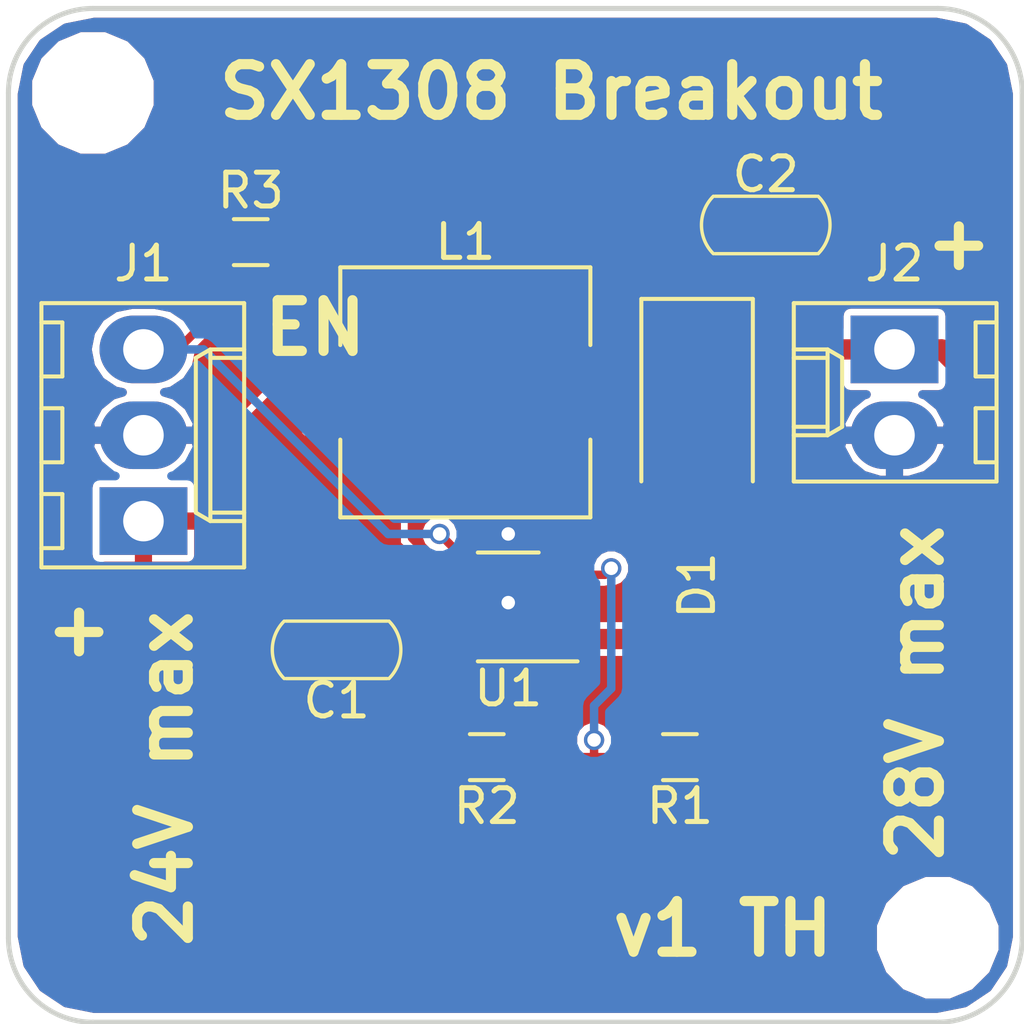
<source format=kicad_pcb>
(kicad_pcb (version 4) (host pcbnew 4.0.6)

  (general
    (links 19)
    (no_connects 0)
    (area 0 0 0 0)
    (thickness 1.6)
    (drawings 7)
    (tracks 41)
    (zones 0)
    (modules 11)
    (nets 7)
  )

  (page A4)
  (layers
    (0 F.Cu signal)
    (31 B.Cu signal)
    (32 B.Adhes user)
    (33 F.Adhes user)
    (34 B.Paste user)
    (35 F.Paste user)
    (36 B.SilkS user)
    (37 F.SilkS user)
    (38 B.Mask user)
    (39 F.Mask user)
    (40 Dwgs.User user)
    (41 Cmts.User user)
    (42 Eco1.User user)
    (43 Eco2.User user)
    (44 Edge.Cuts user)
    (45 Margin user)
    (46 B.CrtYd user)
    (47 F.CrtYd user)
    (48 B.Fab user)
    (49 F.Fab user)
  )

  (setup
    (last_trace_width 0.25)
    (trace_clearance 0.2)
    (zone_clearance 0.2)
    (zone_45_only yes)
    (trace_min 0.2)
    (segment_width 0.2)
    (edge_width 0.15)
    (via_size 0.6)
    (via_drill 0.4)
    (via_min_size 0.4)
    (via_min_drill 0.3)
    (uvia_size 0.3)
    (uvia_drill 0.1)
    (uvias_allowed no)
    (uvia_min_size 0.2)
    (uvia_min_drill 0.1)
    (pcb_text_width 0.3)
    (pcb_text_size 1.5 1.5)
    (mod_edge_width 0.15)
    (mod_text_size 1 1)
    (mod_text_width 0.15)
    (pad_size 1.524 1.524)
    (pad_drill 0.762)
    (pad_to_mask_clearance 0.2)
    (aux_axis_origin 0 0)
    (visible_elements FFFFFF7F)
    (pcbplotparams
      (layerselection 0x00030_80000001)
      (usegerberextensions false)
      (excludeedgelayer true)
      (linewidth 0.100000)
      (plotframeref false)
      (viasonmask false)
      (mode 1)
      (useauxorigin false)
      (hpglpennumber 1)
      (hpglpenspeed 20)
      (hpglpendiameter 15)
      (hpglpenoverlay 2)
      (psnegative false)
      (psa4output false)
      (plotreference true)
      (plotvalue true)
      (plotinvisibletext false)
      (padsonsilk false)
      (subtractmaskfromsilk false)
      (outputformat 1)
      (mirror false)
      (drillshape 1)
      (scaleselection 1)
      (outputdirectory ""))
  )

  (net 0 "")
  (net 1 GND)
  (net 2 "Net-(J1-Pad3)")
  (net 3 "Net-(R1-Pad2)")
  (net 4 /Vin)
  (net 5 /Vout)
  (net 6 /Vsw)

  (net_class Default "This is the default net class."
    (clearance 0.2)
    (trace_width 0.25)
    (via_dia 0.6)
    (via_drill 0.4)
    (uvia_dia 0.3)
    (uvia_drill 0.1)
    (add_net GND)
    (add_net "Net-(J1-Pad3)")
    (add_net "Net-(R1-Pad2)")
  )

  (net_class HC ""
    (clearance 0.2)
    (trace_width 0.6)
    (via_dia 1.3)
    (via_drill 1)
    (uvia_dia 0.3)
    (uvia_drill 0.1)
    (add_net /Vin)
    (add_net /Vout)
    (add_net /Vsw)
  )

  (module Outlines:Outline_30 (layer F.Cu) (tedit 596718B2) (tstamp 59673A7C)
    (at 122.37 84.525)
    (path /5967ACD5)
    (fp_text reference P1 (at 9 -1) (layer F.SilkS) hide
      (effects (font (size 1 1) (thickness 0.15)))
    )
    (fp_text value SYMBOL (at 15 -1) (layer F.Fab) hide
      (effects (font (size 1 1) (thickness 0.15)))
    )
    (fp_line (start 30 27.5) (end 30 2.5) (layer Edge.Cuts) (width 0.15))
    (fp_line (start 2.5 30) (end 27.5 30) (layer Edge.Cuts) (width 0.15))
    (fp_line (start 0 2.5) (end 0 27.5) (layer Edge.Cuts) (width 0.15))
    (fp_line (start 27.5 0) (end 2.5 0) (layer Edge.Cuts) (width 0.15))
    (fp_arc (start 2.5 27.5) (end 2.5 30) (angle 90) (layer Edge.Cuts) (width 0.15))
    (fp_arc (start 27.5 27.5) (end 30 27.5) (angle 90) (layer Edge.Cuts) (width 0.15))
    (fp_arc (start 27.5 2.5) (end 27.5 0) (angle 90) (layer Edge.Cuts) (width 0.15))
    (fp_arc (start 2.5 2.5) (end 0 2.5) (angle 90) (layer Edge.Cuts) (width 0.15))
    (pad "" np_thru_hole circle (at 2.5 2.5) (size 3.2 3.2) (drill 3.2) (layers *.Cu *.Mask))
    (pad "" np_thru_hole circle (at 27.5 27.5) (size 3.2 3.2) (drill 3.2) (layers *.Cu *.Mask))
  )

  (module Inductors2:L_7.3x7.3_Handsoldering (layer F.Cu) (tedit 59671DE0) (tstamp 5967393A)
    (at 135.89 95.885)
    (descr "Choke, SMD, 7.3x7.3mm 3.5mm height")
    (tags "Choke SMD")
    (path /59679D6A)
    (attr smd)
    (fp_text reference L1 (at 0 -4.45) (layer F.SilkS)
      (effects (font (size 1 1) (thickness 0.15)))
    )
    (fp_text value L (at 0 4.45) (layer F.Fab)
      (effects (font (size 1 1) (thickness 0.15)))
    )
    (fp_line (start 3.7 1.4) (end 3.7 3.7) (layer F.SilkS) (width 0.12))
    (fp_line (start 3.7 3.7) (end -3.7 3.7) (layer F.SilkS) (width 0.12))
    (fp_line (start -3.7 3.7) (end -3.7 1.4) (layer F.SilkS) (width 0.12))
    (fp_line (start -3.7 -1.4) (end -3.7 -3.7) (layer F.SilkS) (width 0.12))
    (fp_line (start -3.7 -3.7) (end 3.7 -3.7) (layer F.SilkS) (width 0.12))
    (fp_line (start 3.7 -3.7) (end 3.7 -1.4) (layer F.SilkS) (width 0.12))
    (fp_line (start -4.2 -3.9) (end -4.2 3.9) (layer F.CrtYd) (width 0.05))
    (fp_line (start -4.2 3.9) (end 4.2 3.9) (layer F.CrtYd) (width 0.05))
    (fp_line (start 4.2 3.9) (end 4.2 -3.9) (layer F.CrtYd) (width 0.05))
    (fp_line (start 4.2 -3.9) (end -4.2 -3.9) (layer F.CrtYd) (width 0.05))
    (fp_line (start 3.65 3.65) (end 3.65 1.4) (layer F.Fab) (width 0.1))
    (fp_line (start 3.65 -3.65) (end 3.65 -1.4) (layer F.Fab) (width 0.1))
    (fp_line (start -3.65 3.65) (end -3.65 1.4) (layer F.Fab) (width 0.1))
    (fp_line (start -3.65 -3.65) (end -3.65 -1.4) (layer F.Fab) (width 0.1))
    (fp_line (start 3.65 3.65) (end -3.65 3.65) (layer F.Fab) (width 0.1))
    (fp_line (start -3.65 -3.65) (end 3.65 -3.65) (layer F.Fab) (width 0.1))
    (fp_arc (start 0 0) (end 2.29 2.29) (angle 90) (layer F.Fab) (width 0.1))
    (fp_arc (start 0 0) (end -2.29 -2.29) (angle 90) (layer F.Fab) (width 0.1))
    (pad 1 smd rect (at -3.6 0) (size 2.1 2.2) (layers F.Cu F.Paste F.Mask)
      (net 4 /Vin))
    (pad 2 smd rect (at 3.6 0) (size 2.1 2.2) (layers F.Cu F.Paste F.Mask)
      (net 6 /Vsw))
  )

  (module Capacitors_SMD_Round:C_0805 (layer F.Cu) (tedit 58E5AF38) (tstamp 59673902)
    (at 132.08 103.505 180)
    (descr "Capacitor SMD 0805, reflow soldering, AVX (see smccp.pdf)")
    (tags "capacitor 0805")
    (path /59679DA5)
    (attr smd)
    (fp_text reference C1 (at 0 -1.5 180) (layer F.SilkS)
      (effects (font (size 1 1) (thickness 0.15)))
    )
    (fp_text value 22u (at 0 1.75 180) (layer F.Fab)
      (effects (font (size 1 1) (thickness 0.15)))
    )
    (fp_arc (start -0.7 0) (end -1.55 0.85) (angle 90) (layer F.SilkS) (width 0.1))
    (fp_arc (start 0.7 0) (end 1.55 -0.85) (angle 90) (layer F.SilkS) (width 0.1))
    (fp_line (start -1.5 0.85) (end 1.5 0.85) (layer F.SilkS) (width 0.1))
    (fp_line (start -1.5 -0.85) (end 1.5 -0.85) (layer F.SilkS) (width 0.1))
    (fp_text user %R (at 0 -1.5 180) (layer F.Fab)
      (effects (font (size 1 1) (thickness 0.15)))
    )
    (fp_line (start -1 0.62) (end -1 -0.62) (layer F.Fab) (width 0.1))
    (fp_line (start 1 0.62) (end -1 0.62) (layer F.Fab) (width 0.1))
    (fp_line (start 1 -0.62) (end 1 0.62) (layer F.Fab) (width 0.1))
    (fp_line (start -1 -0.62) (end 1 -0.62) (layer F.Fab) (width 0.1))
    (fp_line (start -1.75 -0.88) (end 1.75 -0.88) (layer F.CrtYd) (width 0.05))
    (fp_line (start -1.75 -0.88) (end -1.75 0.87) (layer F.CrtYd) (width 0.05))
    (fp_line (start 1.75 0.87) (end 1.75 -0.88) (layer F.CrtYd) (width 0.05))
    (fp_line (start 1.75 0.87) (end -1.75 0.87) (layer F.CrtYd) (width 0.05))
    (pad 1 smd rect (at -1 0 180) (size 1 1.25) (layers F.Cu F.Paste F.Mask)
      (net 4 /Vin))
    (pad 2 smd rect (at 1 0 180) (size 1 1.25) (layers F.Cu F.Paste F.Mask)
      (net 1 GND))
    (model Capacitors_SMD.3dshapes/C_0805.wrl
      (at (xyz 0 0 0))
      (scale (xyz 1 1 1))
      (rotate (xyz 0 0 0))
    )
  )

  (module Capacitors_SMD_Round:C_0805 (layer F.Cu) (tedit 58E5AF38) (tstamp 59673915)
    (at 144.78 90.932)
    (descr "Capacitor SMD 0805, reflow soldering, AVX (see smccp.pdf)")
    (tags "capacitor 0805")
    (path /5967A1B9)
    (attr smd)
    (fp_text reference C2 (at 0 -1.5) (layer F.SilkS)
      (effects (font (size 1 1) (thickness 0.15)))
    )
    (fp_text value 22u (at 0 1.75) (layer F.Fab)
      (effects (font (size 1 1) (thickness 0.15)))
    )
    (fp_arc (start -0.7 0) (end -1.55 0.85) (angle 90) (layer F.SilkS) (width 0.1))
    (fp_arc (start 0.7 0) (end 1.55 -0.85) (angle 90) (layer F.SilkS) (width 0.1))
    (fp_line (start -1.5 0.85) (end 1.5 0.85) (layer F.SilkS) (width 0.1))
    (fp_line (start -1.5 -0.85) (end 1.5 -0.85) (layer F.SilkS) (width 0.1))
    (fp_text user %R (at 0 -1.5) (layer F.Fab)
      (effects (font (size 1 1) (thickness 0.15)))
    )
    (fp_line (start -1 0.62) (end -1 -0.62) (layer F.Fab) (width 0.1))
    (fp_line (start 1 0.62) (end -1 0.62) (layer F.Fab) (width 0.1))
    (fp_line (start 1 -0.62) (end 1 0.62) (layer F.Fab) (width 0.1))
    (fp_line (start -1 -0.62) (end 1 -0.62) (layer F.Fab) (width 0.1))
    (fp_line (start -1.75 -0.88) (end 1.75 -0.88) (layer F.CrtYd) (width 0.05))
    (fp_line (start -1.75 -0.88) (end -1.75 0.87) (layer F.CrtYd) (width 0.05))
    (fp_line (start 1.75 0.87) (end 1.75 -0.88) (layer F.CrtYd) (width 0.05))
    (fp_line (start 1.75 0.87) (end -1.75 0.87) (layer F.CrtYd) (width 0.05))
    (pad 1 smd rect (at -1 0) (size 1 1.25) (layers F.Cu F.Paste F.Mask)
      (net 5 /Vout))
    (pad 2 smd rect (at 1 0) (size 1 1.25) (layers F.Cu F.Paste F.Mask)
      (net 1 GND))
    (model Capacitors_SMD.3dshapes/C_0805.wrl
      (at (xyz 0 0 0))
      (scale (xyz 1 1 1))
      (rotate (xyz 0 0 0))
    )
  )

  (module Connectors_Molex:Molex_KK-6410-03_03x2.54mm_Straight (layer F.Cu) (tedit 59673C02) (tstamp 5967391C)
    (at 126.365 99.695 90)
    (descr "Connector Headers with Friction Lock, 22-27-2031, http://www.molex.com/pdm_docs/sd/022272021_sd.pdf")
    (tags "connector molex kk_6410 22-27-2031")
    (path /5967A7F3)
    (fp_text reference J1 (at 7.62 0 180) (layer F.SilkS)
      (effects (font (size 1 1) (thickness 0.15)))
    )
    (fp_text value CONN_01X03 (at 2.54 4.5 90) (layer F.Fab) hide
      (effects (font (size 1 1) (thickness 0.15)))
    )
    (fp_line (start -1.47 -3.12) (end -1.47 3.08) (layer F.Fab) (width 0.12))
    (fp_line (start -1.47 3.08) (end 6.55 3.08) (layer F.Fab) (width 0.12))
    (fp_line (start 6.55 3.08) (end 6.55 -3.12) (layer F.Fab) (width 0.12))
    (fp_line (start 6.55 -3.12) (end -1.47 -3.12) (layer F.Fab) (width 0.12))
    (fp_line (start -1.37 -3.02) (end -1.37 2.98) (layer F.SilkS) (width 0.12))
    (fp_line (start -1.37 2.98) (end 6.45 2.98) (layer F.SilkS) (width 0.12))
    (fp_line (start 6.45 2.98) (end 6.45 -3.02) (layer F.SilkS) (width 0.12))
    (fp_line (start 6.45 -3.02) (end -1.37 -3.02) (layer F.SilkS) (width 0.12))
    (fp_line (start 0 2.98) (end 0 1.98) (layer F.SilkS) (width 0.12))
    (fp_line (start 0 1.98) (end 5.08 1.98) (layer F.SilkS) (width 0.12))
    (fp_line (start 5.08 1.98) (end 5.08 2.98) (layer F.SilkS) (width 0.12))
    (fp_line (start 0 1.98) (end 0.25 1.55) (layer F.SilkS) (width 0.12))
    (fp_line (start 0.25 1.55) (end 4.83 1.55) (layer F.SilkS) (width 0.12))
    (fp_line (start 4.83 1.55) (end 5.08 1.98) (layer F.SilkS) (width 0.12))
    (fp_line (start 0.25 2.98) (end 0.25 1.98) (layer F.SilkS) (width 0.12))
    (fp_line (start 4.83 2.98) (end 4.83 1.98) (layer F.SilkS) (width 0.12))
    (fp_line (start -0.8 -3.02) (end -0.8 -2.4) (layer F.SilkS) (width 0.12))
    (fp_line (start -0.8 -2.4) (end 0.8 -2.4) (layer F.SilkS) (width 0.12))
    (fp_line (start 0.8 -2.4) (end 0.8 -3.02) (layer F.SilkS) (width 0.12))
    (fp_line (start 1.74 -3.02) (end 1.74 -2.4) (layer F.SilkS) (width 0.12))
    (fp_line (start 1.74 -2.4) (end 3.34 -2.4) (layer F.SilkS) (width 0.12))
    (fp_line (start 3.34 -2.4) (end 3.34 -3.02) (layer F.SilkS) (width 0.12))
    (fp_line (start 4.28 -3.02) (end 4.28 -2.4) (layer F.SilkS) (width 0.12))
    (fp_line (start 4.28 -2.4) (end 5.88 -2.4) (layer F.SilkS) (width 0.12))
    (fp_line (start 5.88 -2.4) (end 5.88 -3.02) (layer F.SilkS) (width 0.12))
    (fp_line (start -1.9 3.5) (end -1.9 -3.55) (layer F.CrtYd) (width 0.05))
    (fp_line (start -1.9 -3.55) (end 7 -3.55) (layer F.CrtYd) (width 0.05))
    (fp_line (start 7 -3.55) (end 7 3.5) (layer F.CrtYd) (width 0.05))
    (fp_line (start 7 3.5) (end -1.9 3.5) (layer F.CrtYd) (width 0.05))
    (fp_text user %R (at 2.54 0 90) (layer F.Fab)
      (effects (font (size 1 1) (thickness 0.15)))
    )
    (pad 1 thru_hole rect (at 0 0 90) (size 2 2.6) (drill 1.2) (layers *.Cu *.Mask)
      (net 4 /Vin))
    (pad 2 thru_hole oval (at 2.54 0 90) (size 2 2.6) (drill 1.2) (layers *.Cu *.Mask)
      (net 1 GND))
    (pad 3 thru_hole oval (at 5.08 0 90) (size 2 2.6) (drill 1.2) (layers *.Cu *.Mask)
      (net 2 "Net-(J1-Pad3)"))
    (model ${KISYS3DMOD}/Connectors_Molex.3dshapes/Molex_KK-6410-03_03x2.54mm_Straight.wrl
      (at (xyz 0 0 0))
      (scale (xyz 1 1 1))
      (rotate (xyz 0 0 0))
    )
  )

  (module Connectors_Molex:Molex_KK-6410-02_02x2.54mm_Straight (layer F.Cu) (tedit 59673C05) (tstamp 59673922)
    (at 148.59 94.615 270)
    (descr "Connector Headers with Friction Lock, 22-27-2021, http://www.molex.com/pdm_docs/sd/022272021_sd.pdf")
    (tags "connector molex kk_6410 22-27-2021")
    (path /5967A254)
    (fp_text reference J2 (at -2.54 0 360) (layer F.SilkS)
      (effects (font (size 1 1) (thickness 0.15)))
    )
    (fp_text value CONN_01X02 (at 1.27 4.5 270) (layer F.Fab) hide
      (effects (font (size 1 1) (thickness 0.15)))
    )
    (fp_line (start -1.47 -3.12) (end -1.47 3.08) (layer F.Fab) (width 0.12))
    (fp_line (start -1.47 3.08) (end 4.01 3.08) (layer F.Fab) (width 0.12))
    (fp_line (start 4.01 3.08) (end 4.01 -3.12) (layer F.Fab) (width 0.12))
    (fp_line (start 4.01 -3.12) (end -1.47 -3.12) (layer F.Fab) (width 0.12))
    (fp_line (start -1.37 -3.02) (end -1.37 2.98) (layer F.SilkS) (width 0.12))
    (fp_line (start -1.37 2.98) (end 3.91 2.98) (layer F.SilkS) (width 0.12))
    (fp_line (start 3.91 2.98) (end 3.91 -3.02) (layer F.SilkS) (width 0.12))
    (fp_line (start 3.91 -3.02) (end -1.37 -3.02) (layer F.SilkS) (width 0.12))
    (fp_line (start 0 2.98) (end 0 1.98) (layer F.SilkS) (width 0.12))
    (fp_line (start 0 1.98) (end 2.54 1.98) (layer F.SilkS) (width 0.12))
    (fp_line (start 2.54 1.98) (end 2.54 2.98) (layer F.SilkS) (width 0.12))
    (fp_line (start 0 1.98) (end 0.25 1.55) (layer F.SilkS) (width 0.12))
    (fp_line (start 0.25 1.55) (end 2.29 1.55) (layer F.SilkS) (width 0.12))
    (fp_line (start 2.29 1.55) (end 2.54 1.98) (layer F.SilkS) (width 0.12))
    (fp_line (start 0.25 2.98) (end 0.25 1.98) (layer F.SilkS) (width 0.12))
    (fp_line (start 2.29 2.98) (end 2.29 1.98) (layer F.SilkS) (width 0.12))
    (fp_line (start -0.8 -3.02) (end -0.8 -2.4) (layer F.SilkS) (width 0.12))
    (fp_line (start -0.8 -2.4) (end 0.8 -2.4) (layer F.SilkS) (width 0.12))
    (fp_line (start 0.8 -2.4) (end 0.8 -3.02) (layer F.SilkS) (width 0.12))
    (fp_line (start 1.74 -3.02) (end 1.74 -2.4) (layer F.SilkS) (width 0.12))
    (fp_line (start 1.74 -2.4) (end 3.34 -2.4) (layer F.SilkS) (width 0.12))
    (fp_line (start 3.34 -2.4) (end 3.34 -3.02) (layer F.SilkS) (width 0.12))
    (fp_line (start -1.9 3.5) (end -1.9 -3.55) (layer F.CrtYd) (width 0.05))
    (fp_line (start -1.9 -3.55) (end 4.45 -3.55) (layer F.CrtYd) (width 0.05))
    (fp_line (start 4.45 -3.55) (end 4.45 3.5) (layer F.CrtYd) (width 0.05))
    (fp_line (start 4.45 3.5) (end -1.9 3.5) (layer F.CrtYd) (width 0.05))
    (fp_text user %R (at 1.27 0 270) (layer F.Fab)
      (effects (font (size 1 1) (thickness 0.15)))
    )
    (pad 1 thru_hole rect (at 0 0 270) (size 2 2.6) (drill 1.2) (layers *.Cu *.Mask)
      (net 5 /Vout))
    (pad 2 thru_hole oval (at 2.54 0 270) (size 2 2.6) (drill 1.2) (layers *.Cu *.Mask)
      (net 1 GND))
    (model ${KISYS3DMOD}/Connectors_Molex.3dshapes/Molex_KK-6410-02_02x2.54mm_Straight.wrl
      (at (xyz 0 0 0))
      (scale (xyz 1 1 1))
      (rotate (xyz 0 0 0))
    )
  )

  (module Resistors_SMD:R_0603_HandSoldering (layer F.Cu) (tedit 58E0A804) (tstamp 59673940)
    (at 142.24 106.68 180)
    (descr "Resistor SMD 0603, hand soldering")
    (tags "resistor 0603")
    (path /59679EA8)
    (attr smd)
    (fp_text reference R1 (at 0 -1.45 180) (layer F.SilkS)
      (effects (font (size 1 1) (thickness 0.15)))
    )
    (fp_text value R (at 0 1.55 180) (layer F.Fab)
      (effects (font (size 1 1) (thickness 0.15)))
    )
    (fp_text user %R (at 0 0 180) (layer F.Fab)
      (effects (font (size 0.5 0.5) (thickness 0.075)))
    )
    (fp_line (start -0.8 0.4) (end -0.8 -0.4) (layer F.Fab) (width 0.1))
    (fp_line (start 0.8 0.4) (end -0.8 0.4) (layer F.Fab) (width 0.1))
    (fp_line (start 0.8 -0.4) (end 0.8 0.4) (layer F.Fab) (width 0.1))
    (fp_line (start -0.8 -0.4) (end 0.8 -0.4) (layer F.Fab) (width 0.1))
    (fp_line (start 0.5 0.68) (end -0.5 0.68) (layer F.SilkS) (width 0.12))
    (fp_line (start -0.5 -0.68) (end 0.5 -0.68) (layer F.SilkS) (width 0.12))
    (fp_line (start -1.96 -0.7) (end 1.95 -0.7) (layer F.CrtYd) (width 0.05))
    (fp_line (start -1.96 -0.7) (end -1.96 0.7) (layer F.CrtYd) (width 0.05))
    (fp_line (start 1.95 0.7) (end 1.95 -0.7) (layer F.CrtYd) (width 0.05))
    (fp_line (start 1.95 0.7) (end -1.96 0.7) (layer F.CrtYd) (width 0.05))
    (pad 1 smd rect (at -1.1 0 180) (size 1.2 0.9) (layers F.Cu F.Paste F.Mask)
      (net 5 /Vout))
    (pad 2 smd rect (at 1.1 0 180) (size 1.2 0.9) (layers F.Cu F.Paste F.Mask)
      (net 3 "Net-(R1-Pad2)"))
    (model ${KISYS3DMOD}/Resistors_SMD.3dshapes/R_0603.wrl
      (at (xyz 0 0 0))
      (scale (xyz 1 1 1))
      (rotate (xyz 0 0 0))
    )
  )

  (module Resistors_SMD:R_0603_HandSoldering (layer F.Cu) (tedit 58E0A804) (tstamp 59673946)
    (at 136.525 106.68 180)
    (descr "Resistor SMD 0603, hand soldering")
    (tags "resistor 0603")
    (path /59679EF1)
    (attr smd)
    (fp_text reference R2 (at 0 -1.45 180) (layer F.SilkS)
      (effects (font (size 1 1) (thickness 0.15)))
    )
    (fp_text value R (at 0 1.55 180) (layer F.Fab)
      (effects (font (size 1 1) (thickness 0.15)))
    )
    (fp_text user %R (at 0 0 180) (layer F.Fab)
      (effects (font (size 0.5 0.5) (thickness 0.075)))
    )
    (fp_line (start -0.8 0.4) (end -0.8 -0.4) (layer F.Fab) (width 0.1))
    (fp_line (start 0.8 0.4) (end -0.8 0.4) (layer F.Fab) (width 0.1))
    (fp_line (start 0.8 -0.4) (end 0.8 0.4) (layer F.Fab) (width 0.1))
    (fp_line (start -0.8 -0.4) (end 0.8 -0.4) (layer F.Fab) (width 0.1))
    (fp_line (start 0.5 0.68) (end -0.5 0.68) (layer F.SilkS) (width 0.12))
    (fp_line (start -0.5 -0.68) (end 0.5 -0.68) (layer F.SilkS) (width 0.12))
    (fp_line (start -1.96 -0.7) (end 1.95 -0.7) (layer F.CrtYd) (width 0.05))
    (fp_line (start -1.96 -0.7) (end -1.96 0.7) (layer F.CrtYd) (width 0.05))
    (fp_line (start 1.95 0.7) (end 1.95 -0.7) (layer F.CrtYd) (width 0.05))
    (fp_line (start 1.95 0.7) (end -1.96 0.7) (layer F.CrtYd) (width 0.05))
    (pad 1 smd rect (at -1.1 0 180) (size 1.2 0.9) (layers F.Cu F.Paste F.Mask)
      (net 3 "Net-(R1-Pad2)"))
    (pad 2 smd rect (at 1.1 0 180) (size 1.2 0.9) (layers F.Cu F.Paste F.Mask)
      (net 1 GND))
    (model ${KISYS3DMOD}/Resistors_SMD.3dshapes/R_0603.wrl
      (at (xyz 0 0 0))
      (scale (xyz 1 1 1))
      (rotate (xyz 0 0 0))
    )
  )

  (module TO_SOT_Packages_SMD:SOT-23-6_Handsoldering (layer F.Cu) (tedit 59674593) (tstamp 596739EC)
    (at 137.16 102.235 180)
    (descr "6-pin SOT-23 package, Handsoldering")
    (tags "SOT-23-6 Handsoldering")
    (path /59679CFE)
    (attr smd)
    (fp_text reference U1 (at 0 -2.413 180) (layer F.SilkS)
      (effects (font (size 1 1) (thickness 0.15)))
    )
    (fp_text value SX1308 (at 0 2.9 180) (layer F.Fab) hide
      (effects (font (size 1 1) (thickness 0.15)))
    )
    (fp_text user %R (at 0 0 180) (layer F.Fab)
      (effects (font (size 0.5 0.5) (thickness 0.075)))
    )
    (fp_line (start -0.9 1.61) (end 0.9 1.61) (layer F.SilkS) (width 0.12))
    (fp_line (start 0.9 -1.61) (end -2.05 -1.61) (layer F.SilkS) (width 0.12))
    (fp_line (start -2.4 1.8) (end -2.4 -1.8) (layer F.CrtYd) (width 0.05))
    (fp_line (start 2.4 1.8) (end -2.4 1.8) (layer F.CrtYd) (width 0.05))
    (fp_line (start 2.4 -1.8) (end 2.4 1.8) (layer F.CrtYd) (width 0.05))
    (fp_line (start -2.4 -1.8) (end 2.4 -1.8) (layer F.CrtYd) (width 0.05))
    (fp_line (start -0.9 -0.9) (end -0.25 -1.55) (layer F.Fab) (width 0.1))
    (fp_line (start 0.9 -1.55) (end -0.25 -1.55) (layer F.Fab) (width 0.1))
    (fp_line (start -0.9 -0.9) (end -0.9 1.55) (layer F.Fab) (width 0.1))
    (fp_line (start 0.9 1.55) (end -0.9 1.55) (layer F.Fab) (width 0.1))
    (fp_line (start 0.9 -1.55) (end 0.9 1.55) (layer F.Fab) (width 0.1))
    (pad 1 smd rect (at -1.35 -0.95 180) (size 1.56 0.65) (layers F.Cu F.Paste F.Mask)
      (net 6 /Vsw))
    (pad 2 smd rect (at -1.35 0 180) (size 1.56 0.65) (layers F.Cu F.Paste F.Mask)
      (net 1 GND))
    (pad 3 smd rect (at -1.35 0.95 180) (size 1.56 0.65) (layers F.Cu F.Paste F.Mask)
      (net 3 "Net-(R1-Pad2)"))
    (pad 4 smd rect (at 1.35 0.95 180) (size 1.56 0.65) (layers F.Cu F.Paste F.Mask)
      (net 2 "Net-(J1-Pad3)"))
    (pad 6 smd rect (at 1.35 -0.95 180) (size 1.56 0.65) (layers F.Cu F.Paste F.Mask)
      (net 4 /Vin))
    (pad 5 smd rect (at 1.35 0 180) (size 1.56 0.65) (layers F.Cu F.Paste F.Mask)
      (net 4 /Vin))
    (model ${KISYS3DMOD}/TO_SOT_Packages_SMD.3dshapes/SOT-23-6.wrl
      (at (xyz 0 0 0))
      (scale (xyz 1 1 1))
      (rotate (xyz 0 0 0))
    )
  )

  (module Diodes_SMD:D_SMA (layer F.Cu) (tedit 59674599) (tstamp 59673AB0)
    (at 142.748 96.52 270)
    (descr "Diode SMA")
    (tags "Diode SMA")
    (path /59679E73)
    (attr smd)
    (fp_text reference D1 (at 5.08 0 270) (layer F.SilkS)
      (effects (font (size 1 1) (thickness 0.15)))
    )
    (fp_text value D_Schottky (at 0 2.6 270) (layer F.Fab) hide
      (effects (font (size 1 1) (thickness 0.15)))
    )
    (fp_text user %R (at 0 -2.5 270) (layer F.Fab)
      (effects (font (size 1 1) (thickness 0.15)))
    )
    (fp_line (start -3.4 -1.65) (end -3.4 1.65) (layer F.SilkS) (width 0.12))
    (fp_line (start 2.3 1.5) (end -2.3 1.5) (layer F.Fab) (width 0.1))
    (fp_line (start -2.3 1.5) (end -2.3 -1.5) (layer F.Fab) (width 0.1))
    (fp_line (start 2.3 -1.5) (end 2.3 1.5) (layer F.Fab) (width 0.1))
    (fp_line (start 2.3 -1.5) (end -2.3 -1.5) (layer F.Fab) (width 0.1))
    (fp_line (start -3.5 -1.75) (end 3.5 -1.75) (layer F.CrtYd) (width 0.05))
    (fp_line (start 3.5 -1.75) (end 3.5 1.75) (layer F.CrtYd) (width 0.05))
    (fp_line (start 3.5 1.75) (end -3.5 1.75) (layer F.CrtYd) (width 0.05))
    (fp_line (start -3.5 1.75) (end -3.5 -1.75) (layer F.CrtYd) (width 0.05))
    (fp_line (start -0.64944 0.00102) (end -1.55114 0.00102) (layer F.Fab) (width 0.1))
    (fp_line (start 0.50118 0.00102) (end 1.4994 0.00102) (layer F.Fab) (width 0.1))
    (fp_line (start -0.64944 -0.79908) (end -0.64944 0.80112) (layer F.Fab) (width 0.1))
    (fp_line (start 0.50118 0.75032) (end 0.50118 -0.79908) (layer F.Fab) (width 0.1))
    (fp_line (start -0.64944 0.00102) (end 0.50118 0.75032) (layer F.Fab) (width 0.1))
    (fp_line (start -0.64944 0.00102) (end 0.50118 -0.79908) (layer F.Fab) (width 0.1))
    (fp_line (start -3.4 1.65) (end 2 1.65) (layer F.SilkS) (width 0.12))
    (fp_line (start -3.4 -1.65) (end 2 -1.65) (layer F.SilkS) (width 0.12))
    (pad 1 smd rect (at -2 0 270) (size 2.5 1.8) (layers F.Cu F.Paste F.Mask)
      (net 5 /Vout))
    (pad 2 smd rect (at 2 0 270) (size 2.5 1.8) (layers F.Cu F.Paste F.Mask)
      (net 6 /Vsw))
    (model ${KISYS3DMOD}/Diodes_SMD.3dshapes/D_SMA.wrl
      (at (xyz 0 0 0))
      (scale (xyz 1 1 1))
      (rotate (xyz 0 0 0))
    )
  )

  (module Resistors_SMD:R_0603_HandSoldering (layer F.Cu) (tedit 5967458D) (tstamp 59674507)
    (at 129.54 91.44 180)
    (descr "Resistor SMD 0603, hand soldering")
    (tags "resistor 0603")
    (path /5967C59A)
    (attr smd)
    (fp_text reference R3 (at 0 1.524 180) (layer F.SilkS)
      (effects (font (size 1 1) (thickness 0.15)))
    )
    (fp_text value 100k (at 0 1.55 180) (layer F.Fab)
      (effects (font (size 1 1) (thickness 0.15)))
    )
    (fp_text user %R (at 0 0 180) (layer F.Fab)
      (effects (font (size 0.5 0.5) (thickness 0.075)))
    )
    (fp_line (start -0.8 0.4) (end -0.8 -0.4) (layer F.Fab) (width 0.1))
    (fp_line (start 0.8 0.4) (end -0.8 0.4) (layer F.Fab) (width 0.1))
    (fp_line (start 0.8 -0.4) (end 0.8 0.4) (layer F.Fab) (width 0.1))
    (fp_line (start -0.8 -0.4) (end 0.8 -0.4) (layer F.Fab) (width 0.1))
    (fp_line (start 0.5 0.68) (end -0.5 0.68) (layer F.SilkS) (width 0.12))
    (fp_line (start -0.5 -0.68) (end 0.5 -0.68) (layer F.SilkS) (width 0.12))
    (fp_line (start -1.96 -0.7) (end 1.95 -0.7) (layer F.CrtYd) (width 0.05))
    (fp_line (start -1.96 -0.7) (end -1.96 0.7) (layer F.CrtYd) (width 0.05))
    (fp_line (start 1.95 0.7) (end 1.95 -0.7) (layer F.CrtYd) (width 0.05))
    (fp_line (start 1.95 0.7) (end -1.96 0.7) (layer F.CrtYd) (width 0.05))
    (pad 1 smd rect (at -1.1 0 180) (size 1.2 0.9) (layers F.Cu F.Paste F.Mask)
      (net 4 /Vin))
    (pad 2 smd rect (at 1.1 0 180) (size 1.2 0.9) (layers F.Cu F.Paste F.Mask)
      (net 2 "Net-(J1-Pad3)"))
    (model ${KISYS3DMOD}/Resistors_SMD.3dshapes/R_0603.wrl
      (at (xyz 0 0 0))
      (scale (xyz 1 1 1))
      (rotate (xyz 0 0 0))
    )
  )

  (gr_text "28V max" (at 149.225 104.775 90) (layer F.SilkS)
    (effects (font (size 1.5 1.5) (thickness 0.3)))
  )
  (gr_text "24V max" (at 127 107.315 90) (layer F.SilkS)
    (effects (font (size 1.5 1.5) (thickness 0.3)))
  )
  (gr_text EN (at 131.445 93.98) (layer F.SilkS)
    (effects (font (size 1.5 1.5) (thickness 0.3)))
  )
  (gr_text "v1 TH" (at 143.51 111.76) (layer F.SilkS)
    (effects (font (size 1.5 1.5) (thickness 0.3)))
  )
  (gr_text "SX1308 Breakout" (at 138.43 86.995) (layer F.SilkS)
    (effects (font (size 1.5 1.5) (thickness 0.3)))
  )
  (gr_text + (at 150.495 91.44) (layer F.SilkS)
    (effects (font (size 1.5 1.5) (thickness 0.3)))
  )
  (gr_text + (at 124.46 102.87) (layer F.SilkS)
    (effects (font (size 1.5 1.5) (thickness 0.3)))
  )

  (segment (start 138.51 102.235) (end 137.287 102.235) (width 0.25) (layer F.Cu) (net 1))
  (via (at 137.16 100.076) (size 0.6) (drill 0.4) (layers F.Cu B.Cu) (net 1))
  (segment (start 137.16 102.108) (end 137.16 100.076) (width 0.25) (layer B.Cu) (net 1) (tstamp 59674557))
  (via (at 137.16 102.108) (size 0.6) (drill 0.4) (layers F.Cu B.Cu) (net 1))
  (segment (start 137.287 102.235) (end 137.16 102.108) (width 0.25) (layer F.Cu) (net 1) (tstamp 59674555))
  (segment (start 126.365 94.615) (end 128.143 94.615) (width 0.25) (layer B.Cu) (net 2))
  (segment (start 135.81 100.758) (end 135.81 101.285) (width 0.25) (layer F.Cu) (net 2) (tstamp 596745FD))
  (segment (start 135.128 100.076) (end 135.81 100.758) (width 0.25) (layer F.Cu) (net 2) (tstamp 596745FC))
  (via (at 135.128 100.076) (size 0.6) (drill 0.4) (layers F.Cu B.Cu) (net 2))
  (segment (start 133.604 100.076) (end 135.128 100.076) (width 0.25) (layer B.Cu) (net 2) (tstamp 596745F9))
  (segment (start 128.143 94.615) (end 133.604 100.076) (width 0.25) (layer B.Cu) (net 2) (tstamp 596745F7))
  (segment (start 126.365 94.615) (end 127.381 94.615) (width 0.25) (layer F.Cu) (net 2))
  (segment (start 127.381 94.615) (end 128.44 93.556) (width 0.25) (layer F.Cu) (net 2) (tstamp 596745F1))
  (segment (start 128.44 93.556) (end 128.44 91.44) (width 0.25) (layer F.Cu) (net 2) (tstamp 596745F3))
  (segment (start 138.51 101.285) (end 140.015 101.285) (width 0.25) (layer F.Cu) (net 3))
  (segment (start 139.7 106.172) (end 139.7 106.68) (width 0.25) (layer F.Cu) (net 3) (tstamp 596745B6))
  (via (at 139.7 106.172) (size 0.6) (drill 0.4) (layers F.Cu B.Cu) (net 3))
  (segment (start 139.7 105.156) (end 139.7 106.172) (width 0.25) (layer B.Cu) (net 3) (tstamp 596745B4))
  (segment (start 140.208 104.648) (end 139.7 105.156) (width 0.25) (layer B.Cu) (net 3) (tstamp 596745B3))
  (segment (start 140.208 101.092) (end 140.208 104.648) (width 0.25) (layer B.Cu) (net 3) (tstamp 596745B2))
  (via (at 140.208 101.092) (size 0.6) (drill 0.4) (layers F.Cu B.Cu) (net 3))
  (segment (start 140.015 101.285) (end 140.208 101.092) (width 0.25) (layer F.Cu) (net 3) (tstamp 596745B0))
  (segment (start 141.14 106.68) (end 139.7 106.68) (width 0.25) (layer F.Cu) (net 3))
  (segment (start 139.7 106.68) (end 137.625 106.68) (width 0.25) (layer F.Cu) (net 3) (tstamp 596745B9))
  (segment (start 132.29 95.885) (end 132.29 93.09) (width 0.6) (layer F.Cu) (net 4) (status 400000))
  (segment (start 132.29 93.09) (end 130.64 91.44) (width 0.6) (layer F.Cu) (net 4) (tstamp 59674603) (status 800000))
  (segment (start 143.34 106.68) (end 146.304 106.68) (width 0.6) (layer F.Cu) (net 5))
  (segment (start 149.987 94.615) (end 148.59 94.615) (width 0.6) (layer F.Cu) (net 5) (tstamp 596745A7))
  (segment (start 150.876 95.504) (end 149.987 94.615) (width 0.6) (layer F.Cu) (net 5) (tstamp 596745A6))
  (segment (start 150.876 102.108) (end 150.876 95.504) (width 0.6) (layer F.Cu) (net 5) (tstamp 596745A4))
  (segment (start 146.304 106.68) (end 150.876 102.108) (width 0.6) (layer F.Cu) (net 5) (tstamp 596745A2))
  (segment (start 148.59 94.615) (end 142.843 94.615) (width 0.6) (layer F.Cu) (net 5))
  (segment (start 142.843 94.615) (end 142.748 94.52) (width 0.6) (layer F.Cu) (net 5) (tstamp 59674594))
  (segment (start 142.748 94.52) (end 142.748 91.964) (width 0.6) (layer F.Cu) (net 5))
  (segment (start 142.748 91.964) (end 143.78 90.932) (width 0.6) (layer F.Cu) (net 5) (tstamp 59674591))
  (segment (start 138.51 103.185) (end 141.163 103.185) (width 0.6) (layer F.Cu) (net 6))
  (segment (start 142.748 101.6) (end 142.748 98.52) (width 0.6) (layer F.Cu) (net 6) (tstamp 5967459C))
  (segment (start 141.163 103.185) (end 142.748 101.6) (width 0.6) (layer F.Cu) (net 6) (tstamp 5967459B))
  (segment (start 139.49 95.885) (end 139.49 96.818) (width 0.6) (layer F.Cu) (net 6))
  (segment (start 139.49 96.818) (end 141.192 98.52) (width 0.6) (layer F.Cu) (net 6) (tstamp 59674597))
  (segment (start 141.192 98.52) (end 142.748 98.52) (width 0.6) (layer F.Cu) (net 6) (tstamp 59674598))

  (zone (net 1) (net_name GND) (layer F.Cu) (tstamp 59673EE9) (hatch edge 0.508)
    (connect_pads (clearance 0.2))
    (min_thickness 0.254)
    (fill yes (arc_segments 16) (thermal_gap 0.2) (thermal_bridge_width 0.508))
    (polygon
      (pts
        (xy 152.4 114.3) (xy 122.555 114.3) (xy 122.555 84.455) (xy 152.4 84.455)
      )
    )
    (filled_polygon
      (pts
        (xy 150.669857 85.093977) (xy 151.347942 85.54706) (xy 151.801023 86.225143) (xy 151.968 87.064595) (xy 151.968 111.985405)
        (xy 151.801023 112.824857) (xy 151.347942 113.50294) (xy 150.669857 113.956023) (xy 149.830405 114.123) (xy 124.909595 114.123)
        (xy 124.070143 113.956023) (xy 123.39206 113.502942) (xy 122.938977 112.824857) (xy 122.855786 112.406622) (xy 147.942666 112.406622)
        (xy 148.235416 113.115132) (xy 148.777017 113.657678) (xy 149.485014 113.951665) (xy 150.251622 113.952334) (xy 150.960132 113.659584)
        (xy 151.502678 113.117983) (xy 151.796665 112.409986) (xy 151.797334 111.643378) (xy 151.504584 110.934868) (xy 150.962983 110.392322)
        (xy 150.254986 110.098335) (xy 149.488378 110.097666) (xy 148.779868 110.390416) (xy 148.237322 110.932017) (xy 147.943335 111.640014)
        (xy 147.942666 112.406622) (xy 122.855786 112.406622) (xy 122.772 111.985405) (xy 122.772 106.88875) (xy 134.498 106.88875)
        (xy 134.498 107.195045) (xy 134.547783 107.315231) (xy 134.63977 107.407217) (xy 134.759956 107.457) (xy 135.21625 107.457)
        (xy 135.298 107.37525) (xy 135.298 106.807) (xy 135.552 106.807) (xy 135.552 107.37525) (xy 135.63375 107.457)
        (xy 136.090044 107.457) (xy 136.21023 107.407217) (xy 136.302217 107.315231) (xy 136.352 107.195045) (xy 136.352 106.88875)
        (xy 136.27025 106.807) (xy 135.552 106.807) (xy 135.298 106.807) (xy 134.57975 106.807) (xy 134.498 106.88875)
        (xy 122.772 106.88875) (xy 122.772 106.164955) (xy 134.498 106.164955) (xy 134.498 106.47125) (xy 134.57975 106.553)
        (xy 135.298 106.553) (xy 135.298 105.98475) (xy 135.552 105.98475) (xy 135.552 106.553) (xy 136.27025 106.553)
        (xy 136.352 106.47125) (xy 136.352 106.23) (xy 136.691594 106.23) (xy 136.691594 107.13) (xy 136.714395 107.251179)
        (xy 136.786012 107.362474) (xy 136.895286 107.437138) (xy 137.025 107.463406) (xy 138.225 107.463406) (xy 138.346179 107.440605)
        (xy 138.457474 107.368988) (xy 138.532138 107.259714) (xy 138.558001 107.132) (xy 140.20697 107.132) (xy 140.229395 107.251179)
        (xy 140.301012 107.362474) (xy 140.410286 107.437138) (xy 140.54 107.463406) (xy 141.74 107.463406) (xy 141.861179 107.440605)
        (xy 141.972474 107.368988) (xy 142.047138 107.259714) (xy 142.073406 107.13) (xy 142.073406 106.23) (xy 142.050605 106.108821)
        (xy 141.978988 105.997526) (xy 141.869714 105.922862) (xy 141.74 105.896594) (xy 140.54 105.896594) (xy 140.418821 105.919395)
        (xy 140.307526 105.991012) (xy 140.3051 105.994563) (xy 140.231855 105.817297) (xy 140.055631 105.640765) (xy 139.825265 105.545109)
        (xy 139.575829 105.544891) (xy 139.345297 105.640145) (xy 139.168765 105.816369) (xy 139.073109 106.046735) (xy 139.072951 106.228)
        (xy 138.55803 106.228) (xy 138.535605 106.108821) (xy 138.463988 105.997526) (xy 138.354714 105.922862) (xy 138.225 105.896594)
        (xy 137.025 105.896594) (xy 136.903821 105.919395) (xy 136.792526 105.991012) (xy 136.717862 106.100286) (xy 136.691594 106.23)
        (xy 136.352 106.23) (xy 136.352 106.164955) (xy 136.302217 106.044769) (xy 136.21023 105.952783) (xy 136.090044 105.903)
        (xy 135.63375 105.903) (xy 135.552 105.98475) (xy 135.298 105.98475) (xy 135.21625 105.903) (xy 134.759956 105.903)
        (xy 134.63977 105.952783) (xy 134.547783 106.044769) (xy 134.498 106.164955) (xy 122.772 106.164955) (xy 122.772 103.71375)
        (xy 130.253 103.71375) (xy 130.253 104.195045) (xy 130.302783 104.315231) (xy 130.39477 104.407217) (xy 130.514956 104.457)
        (xy 130.87125 104.457) (xy 130.953 104.37525) (xy 130.953 103.632) (xy 130.33475 103.632) (xy 130.253 103.71375)
        (xy 122.772 103.71375) (xy 122.772 102.814955) (xy 130.253 102.814955) (xy 130.253 103.29625) (xy 130.33475 103.378)
        (xy 130.953 103.378) (xy 130.953 102.63475) (xy 130.87125 102.553) (xy 130.514956 102.553) (xy 130.39477 102.602783)
        (xy 130.302783 102.694769) (xy 130.253 102.814955) (xy 122.772 102.814955) (xy 122.772 98.695) (xy 124.731594 98.695)
        (xy 124.731594 100.695) (xy 124.754395 100.816179) (xy 124.768 100.837322) (xy 124.768 101.6) (xy 124.790363 101.718851)
        (xy 124.860604 101.828008) (xy 124.967779 101.901237) (xy 125.095 101.927) (xy 131.753 101.927) (xy 131.753 102.597717)
        (xy 131.645044 102.553) (xy 131.28875 102.553) (xy 131.207 102.63475) (xy 131.207 103.378) (xy 131.227 103.378)
        (xy 131.227 103.632) (xy 131.207 103.632) (xy 131.207 104.37525) (xy 131.28875 104.457) (xy 131.645044 104.457)
        (xy 131.753 104.412283) (xy 131.753 104.775) (xy 131.775363 104.893851) (xy 131.845604 105.003008) (xy 131.952779 105.076237)
        (xy 132.08 105.102) (xy 136.525 105.102) (xy 136.643851 105.079637) (xy 136.753008 105.009396) (xy 136.826237 104.902221)
        (xy 136.852 104.775) (xy 136.852 103.705775) (xy 136.897138 103.639714) (xy 136.923406 103.51) (xy 136.923406 102.86)
        (xy 137.396594 102.86) (xy 137.396594 103.51) (xy 137.419395 103.631179) (xy 137.491012 103.742474) (xy 137.600286 103.817138)
        (xy 137.73 103.843406) (xy 139.29 103.843406) (xy 139.411179 103.820605) (xy 139.424551 103.812) (xy 141.163 103.812)
        (xy 141.402943 103.764272) (xy 141.606356 103.628356) (xy 143.191356 102.043356) (xy 143.280461 101.91) (xy 143.327272 101.839943)
        (xy 143.375 101.6) (xy 143.375 100.103406) (xy 143.648 100.103406) (xy 143.769179 100.080605) (xy 143.880474 100.008988)
        (xy 143.955138 99.899714) (xy 143.981406 99.77) (xy 143.981406 97.487072) (xy 147.005221 97.487072) (xy 147.015411 97.545488)
        (xy 147.261867 98.003528) (xy 147.664846 98.332387) (xy 148.163 98.482) (xy 148.463 98.482) (xy 148.463 97.282)
        (xy 148.717 97.282) (xy 148.717 98.482) (xy 149.017 98.482) (xy 149.515154 98.332387) (xy 149.918133 98.003528)
        (xy 150.164589 97.545488) (xy 150.174779 97.487072) (xy 150.128757 97.282) (xy 148.717 97.282) (xy 148.463 97.282)
        (xy 147.051243 97.282) (xy 147.005221 97.487072) (xy 143.981406 97.487072) (xy 143.981406 97.27) (xy 143.958605 97.148821)
        (xy 143.886988 97.037526) (xy 143.777714 96.962862) (xy 143.648 96.936594) (xy 141.848 96.936594) (xy 141.726821 96.959395)
        (xy 141.615526 97.031012) (xy 141.540862 97.140286) (xy 141.514594 97.27) (xy 141.514594 97.893) (xy 141.451712 97.893)
        (xy 140.776625 97.217913) (xy 140.847138 97.114714) (xy 140.873406 96.985) (xy 140.873406 94.785) (xy 140.850605 94.663821)
        (xy 140.778988 94.552526) (xy 140.669714 94.477862) (xy 140.54 94.451594) (xy 138.44 94.451594) (xy 138.318821 94.474395)
        (xy 138.207526 94.546012) (xy 138.132862 94.655286) (xy 138.106594 94.785) (xy 138.106594 96.985) (xy 138.129395 97.106179)
        (xy 138.201012 97.217474) (xy 138.310286 97.292138) (xy 138.44 97.318406) (xy 139.103694 97.318406) (xy 140.748644 98.963356)
        (xy 140.952057 99.099272) (xy 141.192 99.147) (xy 141.514594 99.147) (xy 141.514594 99.77) (xy 141.537395 99.891179)
        (xy 141.609012 100.002474) (xy 141.718286 100.077138) (xy 141.848 100.103406) (xy 142.121 100.103406) (xy 142.121 101.340288)
        (xy 140.903288 102.558) (xy 139.617 102.558) (xy 139.617 102.44375) (xy 139.53525 102.362) (xy 138.637 102.362)
        (xy 138.637 102.382) (xy 138.383 102.382) (xy 138.383 102.362) (xy 137.48475 102.362) (xy 137.403 102.44375)
        (xy 137.403 102.625045) (xy 137.437636 102.708663) (xy 137.422862 102.730286) (xy 137.396594 102.86) (xy 136.923406 102.86)
        (xy 136.900605 102.738821) (xy 136.88265 102.710918) (xy 136.897138 102.689714) (xy 136.923406 102.56) (xy 136.923406 101.91)
        (xy 136.900605 101.788821) (xy 136.88265 101.760918) (xy 136.897138 101.739714) (xy 136.923406 101.61) (xy 136.923406 100.96)
        (xy 137.396594 100.96) (xy 137.396594 101.61) (xy 137.419395 101.731179) (xy 137.438092 101.760235) (xy 137.403 101.844955)
        (xy 137.403 102.02625) (xy 137.48475 102.108) (xy 138.383 102.108) (xy 138.383 102.088) (xy 138.637 102.088)
        (xy 138.637 102.108) (xy 139.53525 102.108) (xy 139.617 102.02625) (xy 139.617 101.844955) (xy 139.582364 101.761337)
        (xy 139.597138 101.739714) (xy 139.597688 101.737) (xy 140.015 101.737) (xy 140.105939 101.718911) (xy 140.332171 101.719109)
        (xy 140.562703 101.623855) (xy 140.739235 101.447631) (xy 140.834891 101.217265) (xy 140.835109 100.967829) (xy 140.739855 100.737297)
        (xy 140.563631 100.560765) (xy 140.333265 100.465109) (xy 140.083829 100.464891) (xy 139.853297 100.560145) (xy 139.676765 100.736369)
        (xy 139.63664 100.833) (xy 139.596859 100.833) (xy 139.528988 100.727526) (xy 139.419714 100.652862) (xy 139.29 100.626594)
        (xy 137.73 100.626594) (xy 137.608821 100.649395) (xy 137.497526 100.721012) (xy 137.422862 100.830286) (xy 137.396594 100.96)
        (xy 136.923406 100.96) (xy 136.900605 100.838821) (xy 136.828988 100.727526) (xy 136.719714 100.652862) (xy 136.59 100.626594)
        (xy 136.235862 100.626594) (xy 136.227594 100.585027) (xy 136.129613 100.438388) (xy 135.755011 100.063787) (xy 135.755109 99.951829)
        (xy 135.659855 99.721297) (xy 135.483631 99.544765) (xy 135.253265 99.449109) (xy 135.003829 99.448891) (xy 134.773297 99.544145)
        (xy 134.596765 99.720369) (xy 134.501109 99.950735) (xy 134.500891 100.200171) (xy 134.596145 100.430703) (xy 134.772369 100.607235)
        (xy 134.84646 100.638) (xy 134.755448 100.638) (xy 134.312 100.194552) (xy 134.312 93.345) (xy 134.297889 93.27)
        (xy 141.514594 93.27) (xy 141.514594 95.77) (xy 141.537395 95.891179) (xy 141.609012 96.002474) (xy 141.718286 96.077138)
        (xy 141.848 96.103406) (xy 143.648 96.103406) (xy 143.769179 96.080605) (xy 143.880474 96.008988) (xy 143.955138 95.899714)
        (xy 143.981406 95.77) (xy 143.981406 95.242) (xy 146.956594 95.242) (xy 146.956594 95.615) (xy 146.979395 95.736179)
        (xy 147.051012 95.847474) (xy 147.160286 95.922138) (xy 147.29 95.948406) (xy 147.762094 95.948406) (xy 147.664846 95.977613)
        (xy 147.261867 96.306472) (xy 147.015411 96.764512) (xy 147.005221 96.822928) (xy 147.051243 97.028) (xy 148.463 97.028)
        (xy 148.463 97.008) (xy 148.717 97.008) (xy 148.717 97.028) (xy 150.128757 97.028) (xy 150.174779 96.822928)
        (xy 150.164589 96.764512) (xy 149.918133 96.306472) (xy 149.515154 95.977613) (xy 149.417906 95.948406) (xy 149.89 95.948406)
        (xy 150.011179 95.925605) (xy 150.122474 95.853988) (xy 150.197138 95.744714) (xy 150.202672 95.717384) (xy 150.249 95.763712)
        (xy 150.249 101.848288) (xy 146.044288 106.053) (xy 144.214685 106.053) (xy 144.178988 105.997526) (xy 144.069714 105.922862)
        (xy 143.94 105.896594) (xy 142.74 105.896594) (xy 142.618821 105.919395) (xy 142.507526 105.991012) (xy 142.432862 106.100286)
        (xy 142.406594 106.23) (xy 142.406594 107.13) (xy 142.429395 107.251179) (xy 142.501012 107.362474) (xy 142.610286 107.437138)
        (xy 142.74 107.463406) (xy 143.94 107.463406) (xy 144.061179 107.440605) (xy 144.172474 107.368988) (xy 144.214829 107.307)
        (xy 146.304 107.307) (xy 146.543943 107.259272) (xy 146.747356 107.123356) (xy 151.319356 102.551356) (xy 151.445879 102.362)
        (xy 151.455272 102.347943) (xy 151.503 102.108) (xy 151.503 95.504) (xy 151.490597 95.441644) (xy 151.455273 95.264058)
        (xy 151.319356 95.060644) (xy 150.430356 94.171644) (xy 150.288178 94.076644) (xy 150.226943 94.035728) (xy 150.223406 94.035024)
        (xy 150.223406 93.615) (xy 150.200605 93.493821) (xy 150.128988 93.382526) (xy 150.019714 93.307862) (xy 149.89 93.281594)
        (xy 147.29 93.281594) (xy 147.168821 93.304395) (xy 147.057526 93.376012) (xy 146.982862 93.485286) (xy 146.956594 93.615)
        (xy 146.956594 93.988) (xy 143.981406 93.988) (xy 143.981406 93.27) (xy 143.958605 93.148821) (xy 143.886988 93.037526)
        (xy 143.777714 92.962862) (xy 143.648 92.936594) (xy 143.375 92.936594) (xy 143.375 92.223712) (xy 143.708306 91.890406)
        (xy 144.28 91.890406) (xy 144.401179 91.867605) (xy 144.512474 91.795988) (xy 144.587138 91.686714) (xy 144.613406 91.557)
        (xy 144.613406 91.14075) (xy 144.953 91.14075) (xy 144.953 91.622045) (xy 145.002783 91.742231) (xy 145.09477 91.834217)
        (xy 145.214956 91.884) (xy 145.57125 91.884) (xy 145.653 91.80225) (xy 145.653 91.059) (xy 145.907 91.059)
        (xy 145.907 91.80225) (xy 145.98875 91.884) (xy 146.345044 91.884) (xy 146.46523 91.834217) (xy 146.557217 91.742231)
        (xy 146.607 91.622045) (xy 146.607 91.14075) (xy 146.52525 91.059) (xy 145.907 91.059) (xy 145.653 91.059)
        (xy 145.03475 91.059) (xy 144.953 91.14075) (xy 144.613406 91.14075) (xy 144.613406 90.307) (xy 144.601168 90.241955)
        (xy 144.953 90.241955) (xy 144.953 90.72325) (xy 145.03475 90.805) (xy 145.653 90.805) (xy 145.653 90.06175)
        (xy 145.907 90.06175) (xy 145.907 90.805) (xy 146.52525 90.805) (xy 146.607 90.72325) (xy 146.607 90.241955)
        (xy 146.557217 90.121769) (xy 146.46523 90.029783) (xy 146.345044 89.98) (xy 145.98875 89.98) (xy 145.907 90.06175)
        (xy 145.653 90.06175) (xy 145.57125 89.98) (xy 145.214956 89.98) (xy 145.09477 90.029783) (xy 145.002783 90.121769)
        (xy 144.953 90.241955) (xy 144.601168 90.241955) (xy 144.590605 90.185821) (xy 144.518988 90.074526) (xy 144.409714 89.999862)
        (xy 144.28 89.973594) (xy 143.28 89.973594) (xy 143.158821 89.996395) (xy 143.047526 90.068012) (xy 142.972862 90.177286)
        (xy 142.946594 90.307) (xy 142.946594 90.878694) (xy 142.304644 91.520644) (xy 142.168728 91.724057) (xy 142.121 91.964)
        (xy 142.121 92.936594) (xy 141.848 92.936594) (xy 141.726821 92.959395) (xy 141.615526 93.031012) (xy 141.540862 93.140286)
        (xy 141.514594 93.27) (xy 134.297889 93.27) (xy 134.289637 93.226149) (xy 134.219396 93.116992) (xy 134.112221 93.043763)
        (xy 133.985 93.018) (xy 132.902678 93.018) (xy 132.869272 92.850057) (xy 132.733356 92.646644) (xy 131.573406 91.486694)
        (xy 131.573406 90.99) (xy 131.550605 90.868821) (xy 131.478988 90.757526) (xy 131.369714 90.682862) (xy 131.24 90.656594)
        (xy 130.04 90.656594) (xy 129.918821 90.679395) (xy 129.807526 90.751012) (xy 129.732862 90.860286) (xy 129.706594 90.99)
        (xy 129.706594 91.89) (xy 129.729395 92.011179) (xy 129.801012 92.122474) (xy 129.910286 92.197138) (xy 130.04 92.223406)
        (xy 130.536694 92.223406) (xy 131.663 93.349712) (xy 131.663 93.934552) (xy 131.124162 94.47339) (xy 131.118821 94.474395)
        (xy 131.007526 94.546012) (xy 130.932862 94.655286) (xy 130.930474 94.667078) (xy 127.808577 97.788975) (xy 127.939589 97.545488)
        (xy 127.949779 97.487072) (xy 127.903757 97.282) (xy 126.492 97.282) (xy 126.492 97.302) (xy 126.238 97.302)
        (xy 126.238 97.282) (xy 124.826243 97.282) (xy 124.780221 97.487072) (xy 124.790411 97.545488) (xy 125.036867 98.003528)
        (xy 125.152632 98.098) (xy 125.095 98.098) (xy 124.976149 98.120363) (xy 124.866992 98.190604) (xy 124.793763 98.297779)
        (xy 124.768 98.425) (xy 124.768 98.550449) (xy 124.757862 98.565286) (xy 124.731594 98.695) (xy 122.772 98.695)
        (xy 122.772 94.615) (xy 124.706125 94.615) (xy 124.807137 95.122821) (xy 125.094794 95.553331) (xy 125.525304 95.840988)
        (xy 125.747556 95.885197) (xy 125.439846 95.977613) (xy 125.036867 96.306472) (xy 124.790411 96.764512) (xy 124.780221 96.822928)
        (xy 124.826243 97.028) (xy 126.238 97.028) (xy 126.238 97.008) (xy 126.492 97.008) (xy 126.492 97.028)
        (xy 127.903757 97.028) (xy 127.949779 96.822928) (xy 127.939589 96.764512) (xy 127.693133 96.306472) (xy 127.290154 95.977613)
        (xy 126.982444 95.885197) (xy 127.204696 95.840988) (xy 127.635206 95.553331) (xy 127.922863 95.122821) (xy 128.023875 94.615)
        (xy 128.023269 94.611955) (xy 128.759612 93.875612) (xy 128.857594 93.728973) (xy 128.892 93.556) (xy 128.892 92.223406)
        (xy 129.04 92.223406) (xy 129.161179 92.200605) (xy 129.272474 92.128988) (xy 129.347138 92.019714) (xy 129.373406 91.89)
        (xy 129.373406 90.99) (xy 129.350605 90.868821) (xy 129.278988 90.757526) (xy 129.169714 90.682862) (xy 129.04 90.656594)
        (xy 127.84 90.656594) (xy 127.718821 90.679395) (xy 127.607526 90.751012) (xy 127.532862 90.860286) (xy 127.506594 90.99)
        (xy 127.506594 91.89) (xy 127.529395 92.011179) (xy 127.601012 92.122474) (xy 127.710286 92.197138) (xy 127.84 92.223406)
        (xy 127.988 92.223406) (xy 127.988 93.368776) (xy 127.653191 93.703585) (xy 127.635206 93.676669) (xy 127.204696 93.389012)
        (xy 126.696875 93.288) (xy 126.033125 93.288) (xy 125.525304 93.389012) (xy 125.094794 93.676669) (xy 124.807137 94.107179)
        (xy 124.706125 94.615) (xy 122.772 94.615) (xy 122.772 87.406622) (xy 122.942666 87.406622) (xy 123.235416 88.115132)
        (xy 123.777017 88.657678) (xy 124.485014 88.951665) (xy 125.251622 88.952334) (xy 125.960132 88.659584) (xy 126.502678 88.117983)
        (xy 126.796665 87.409986) (xy 126.797334 86.643378) (xy 126.504584 85.934868) (xy 125.962983 85.392322) (xy 125.254986 85.098335)
        (xy 124.488378 85.097666) (xy 123.779868 85.390416) (xy 123.237322 85.932017) (xy 122.943335 86.640014) (xy 122.942666 87.406622)
        (xy 122.772 87.406622) (xy 122.772 87.064595) (xy 122.938977 86.225143) (xy 123.39206 85.547058) (xy 124.070143 85.093977)
        (xy 124.909595 84.927) (xy 149.830405 84.927)
      )
    )
  )
  (zone (net 1) (net_name GND) (layer B.Cu) (tstamp 59673F10) (hatch edge 0.508)
    (connect_pads (clearance 0.2))
    (min_thickness 0.254)
    (fill yes (arc_segments 16) (thermal_gap 0.2) (thermal_bridge_width 0.508))
    (polygon
      (pts
        (xy 152.4 114.3) (xy 122.555 114.3) (xy 122.555 84.455) (xy 152.4 84.455)
      )
    )
    (filled_polygon
      (pts
        (xy 150.669857 85.093977) (xy 151.347942 85.54706) (xy 151.801023 86.225143) (xy 151.968 87.064595) (xy 151.968 111.985405)
        (xy 151.801023 112.824857) (xy 151.347942 113.50294) (xy 150.669857 113.956023) (xy 149.830405 114.123) (xy 124.909595 114.123)
        (xy 124.070143 113.956023) (xy 123.39206 113.502942) (xy 122.938977 112.824857) (xy 122.855786 112.406622) (xy 147.942666 112.406622)
        (xy 148.235416 113.115132) (xy 148.777017 113.657678) (xy 149.485014 113.951665) (xy 150.251622 113.952334) (xy 150.960132 113.659584)
        (xy 151.502678 113.117983) (xy 151.796665 112.409986) (xy 151.797334 111.643378) (xy 151.504584 110.934868) (xy 150.962983 110.392322)
        (xy 150.254986 110.098335) (xy 149.488378 110.097666) (xy 148.779868 110.390416) (xy 148.237322 110.932017) (xy 147.943335 111.640014)
        (xy 147.942666 112.406622) (xy 122.855786 112.406622) (xy 122.772 111.985405) (xy 122.772 106.296171) (xy 139.072891 106.296171)
        (xy 139.168145 106.526703) (xy 139.344369 106.703235) (xy 139.574735 106.798891) (xy 139.824171 106.799109) (xy 140.054703 106.703855)
        (xy 140.231235 106.527631) (xy 140.326891 106.297265) (xy 140.327109 106.047829) (xy 140.231855 105.817297) (xy 140.152 105.737302)
        (xy 140.152 105.343224) (xy 140.527612 104.967613) (xy 140.625594 104.820974) (xy 140.642017 104.738406) (xy 140.66 104.648)
        (xy 140.66 101.526728) (xy 140.739235 101.447631) (xy 140.834891 101.217265) (xy 140.835109 100.967829) (xy 140.739855 100.737297)
        (xy 140.563631 100.560765) (xy 140.333265 100.465109) (xy 140.083829 100.464891) (xy 139.853297 100.560145) (xy 139.676765 100.736369)
        (xy 139.581109 100.966735) (xy 139.580891 101.216171) (xy 139.676145 101.446703) (xy 139.756 101.526698) (xy 139.756 104.460775)
        (xy 139.380388 104.836388) (xy 139.282406 104.983027) (xy 139.248 105.156) (xy 139.248 105.737272) (xy 139.168765 105.816369)
        (xy 139.073109 106.046735) (xy 139.072891 106.296171) (xy 122.772 106.296171) (xy 122.772 98.695) (xy 124.731594 98.695)
        (xy 124.731594 100.695) (xy 124.754395 100.816179) (xy 124.826012 100.927474) (xy 124.935286 101.002138) (xy 125.065 101.028406)
        (xy 127.665 101.028406) (xy 127.786179 101.005605) (xy 127.897474 100.933988) (xy 127.972138 100.824714) (xy 127.998406 100.695)
        (xy 127.998406 98.695) (xy 127.975605 98.573821) (xy 127.903988 98.462526) (xy 127.794714 98.387862) (xy 127.665 98.361594)
        (xy 127.192906 98.361594) (xy 127.290154 98.332387) (xy 127.693133 98.003528) (xy 127.939589 97.545488) (xy 127.949779 97.487072)
        (xy 127.903757 97.282) (xy 126.492 97.282) (xy 126.492 97.302) (xy 126.238 97.302) (xy 126.238 97.282)
        (xy 124.826243 97.282) (xy 124.780221 97.487072) (xy 124.790411 97.545488) (xy 125.036867 98.003528) (xy 125.439846 98.332387)
        (xy 125.537094 98.361594) (xy 125.065 98.361594) (xy 124.943821 98.384395) (xy 124.832526 98.456012) (xy 124.757862 98.565286)
        (xy 124.731594 98.695) (xy 122.772 98.695) (xy 122.772 94.615) (xy 124.706125 94.615) (xy 124.807137 95.122821)
        (xy 125.094794 95.553331) (xy 125.525304 95.840988) (xy 125.747556 95.885197) (xy 125.439846 95.977613) (xy 125.036867 96.306472)
        (xy 124.790411 96.764512) (xy 124.780221 96.822928) (xy 124.826243 97.028) (xy 126.238 97.028) (xy 126.238 97.008)
        (xy 126.492 97.008) (xy 126.492 97.028) (xy 127.903757 97.028) (xy 127.949779 96.822928) (xy 127.939589 96.764512)
        (xy 127.693133 96.306472) (xy 127.290154 95.977613) (xy 126.982444 95.885197) (xy 127.204696 95.840988) (xy 127.635206 95.553331)
        (xy 127.922863 95.122821) (xy 127.933967 95.067) (xy 127.955776 95.067) (xy 133.284388 100.395612) (xy 133.431027 100.493594)
        (xy 133.604 100.528) (xy 134.693272 100.528) (xy 134.772369 100.607235) (xy 135.002735 100.702891) (xy 135.252171 100.703109)
        (xy 135.482703 100.607855) (xy 135.659235 100.431631) (xy 135.754891 100.201265) (xy 135.755109 99.951829) (xy 135.659855 99.721297)
        (xy 135.483631 99.544765) (xy 135.253265 99.449109) (xy 135.003829 99.448891) (xy 134.773297 99.544145) (xy 134.693302 99.624)
        (xy 133.791224 99.624) (xy 131.654296 97.487072) (xy 147.005221 97.487072) (xy 147.015411 97.545488) (xy 147.261867 98.003528)
        (xy 147.664846 98.332387) (xy 148.163 98.482) (xy 148.463 98.482) (xy 148.463 97.282) (xy 148.717 97.282)
        (xy 148.717 98.482) (xy 149.017 98.482) (xy 149.515154 98.332387) (xy 149.918133 98.003528) (xy 150.164589 97.545488)
        (xy 150.174779 97.487072) (xy 150.128757 97.282) (xy 148.717 97.282) (xy 148.463 97.282) (xy 147.051243 97.282)
        (xy 147.005221 97.487072) (xy 131.654296 97.487072) (xy 128.462612 94.295388) (xy 128.315973 94.197406) (xy 128.143 94.163)
        (xy 127.933967 94.163) (xy 127.922863 94.107179) (xy 127.635206 93.676669) (xy 127.542912 93.615) (xy 146.956594 93.615)
        (xy 146.956594 95.615) (xy 146.979395 95.736179) (xy 147.051012 95.847474) (xy 147.160286 95.922138) (xy 147.29 95.948406)
        (xy 147.762094 95.948406) (xy 147.664846 95.977613) (xy 147.261867 96.306472) (xy 147.015411 96.764512) (xy 147.005221 96.822928)
        (xy 147.051243 97.028) (xy 148.463 97.028) (xy 148.463 97.008) (xy 148.717 97.008) (xy 148.717 97.028)
        (xy 150.128757 97.028) (xy 150.174779 96.822928) (xy 150.164589 96.764512) (xy 149.918133 96.306472) (xy 149.515154 95.977613)
        (xy 149.417906 95.948406) (xy 149.89 95.948406) (xy 150.011179 95.925605) (xy 150.122474 95.853988) (xy 150.197138 95.744714)
        (xy 150.223406 95.615) (xy 150.223406 93.615) (xy 150.200605 93.493821) (xy 150.128988 93.382526) (xy 150.019714 93.307862)
        (xy 149.89 93.281594) (xy 147.29 93.281594) (xy 147.168821 93.304395) (xy 147.057526 93.376012) (xy 146.982862 93.485286)
        (xy 146.956594 93.615) (xy 127.542912 93.615) (xy 127.204696 93.389012) (xy 126.696875 93.288) (xy 126.033125 93.288)
        (xy 125.525304 93.389012) (xy 125.094794 93.676669) (xy 124.807137 94.107179) (xy 124.706125 94.615) (xy 122.772 94.615)
        (xy 122.772 87.406622) (xy 122.942666 87.406622) (xy 123.235416 88.115132) (xy 123.777017 88.657678) (xy 124.485014 88.951665)
        (xy 125.251622 88.952334) (xy 125.960132 88.659584) (xy 126.502678 88.117983) (xy 126.796665 87.409986) (xy 126.797334 86.643378)
        (xy 126.504584 85.934868) (xy 125.962983 85.392322) (xy 125.254986 85.098335) (xy 124.488378 85.097666) (xy 123.779868 85.390416)
        (xy 123.237322 85.932017) (xy 122.943335 86.640014) (xy 122.942666 87.406622) (xy 122.772 87.406622) (xy 122.772 87.064595)
        (xy 122.938977 86.225143) (xy 123.39206 85.547058) (xy 124.070143 85.093977) (xy 124.909595 84.927) (xy 149.830405 84.927)
      )
    )
  )
  (zone (net 4) (net_name /Vin) (layer F.Cu) (tstamp 59674515) (hatch edge 0.508)
    (priority 1)
    (connect_pads (clearance 0.2))
    (min_thickness 0.254)
    (fill yes (arc_segments 16) (thermal_gap 0.2) (thermal_bridge_width 0.508))
    (polygon
      (pts
        (xy 133.985 100.33) (xy 134.62 100.965) (xy 136.525 100.965) (xy 136.525 104.775) (xy 132.08 104.775)
        (xy 132.08 101.6) (xy 125.095 101.6) (xy 125.095 98.425) (xy 127.635 98.425) (xy 132.715 93.345)
        (xy 133.985 93.345)
      )
    )
    (filled_polygon
      (pts
        (xy 133.858 100.33) (xy 133.868006 100.37941) (xy 133.895197 100.419803) (xy 134.530197 101.054803) (xy 134.572211 101.082666)
        (xy 134.62 101.092) (xy 134.696594 101.092) (xy 134.696594 101.61) (xy 134.719395 101.731179) (xy 134.738092 101.760235)
        (xy 134.703 101.844955) (xy 134.703 102.02625) (xy 134.78475 102.108) (xy 135.683 102.108) (xy 135.683 102.088)
        (xy 135.937 102.088) (xy 135.937 102.108) (xy 135.957 102.108) (xy 135.957 102.362) (xy 135.937 102.362)
        (xy 135.937 103.058) (xy 135.957 103.058) (xy 135.957 103.312) (xy 135.937 103.312) (xy 135.937 103.75525)
        (xy 136.01875 103.837) (xy 136.398 103.837) (xy 136.398 104.648) (xy 132.207 104.648) (xy 132.207 103.71375)
        (xy 132.253 103.71375) (xy 132.253 104.195045) (xy 132.302783 104.315231) (xy 132.39477 104.407217) (xy 132.514956 104.457)
        (xy 132.87125 104.457) (xy 132.953 104.37525) (xy 132.953 103.632) (xy 133.207 103.632) (xy 133.207 104.37525)
        (xy 133.28875 104.457) (xy 133.645044 104.457) (xy 133.76523 104.407217) (xy 133.857217 104.315231) (xy 133.907 104.195045)
        (xy 133.907 103.71375) (xy 133.82525 103.632) (xy 133.207 103.632) (xy 132.953 103.632) (xy 132.33475 103.632)
        (xy 132.253 103.71375) (xy 132.207 103.71375) (xy 132.207 103.39375) (xy 134.703 103.39375) (xy 134.703 103.575045)
        (xy 134.752783 103.695231) (xy 134.84477 103.787217) (xy 134.964956 103.837) (xy 135.60125 103.837) (xy 135.683 103.75525)
        (xy 135.683 103.312) (xy 134.78475 103.312) (xy 134.703 103.39375) (xy 132.207 103.39375) (xy 132.207 102.814955)
        (xy 132.253 102.814955) (xy 132.253 103.29625) (xy 132.33475 103.378) (xy 132.953 103.378) (xy 132.953 102.63475)
        (xy 133.207 102.63475) (xy 133.207 103.378) (xy 133.82525 103.378) (xy 133.907 103.29625) (xy 133.907 102.814955)
        (xy 133.857217 102.694769) (xy 133.76523 102.602783) (xy 133.645044 102.553) (xy 133.28875 102.553) (xy 133.207 102.63475)
        (xy 132.953 102.63475) (xy 132.87125 102.553) (xy 132.514956 102.553) (xy 132.39477 102.602783) (xy 132.302783 102.694769)
        (xy 132.253 102.814955) (xy 132.207 102.814955) (xy 132.207 102.44375) (xy 134.703 102.44375) (xy 134.703 102.625045)
        (xy 134.73819 102.71) (xy 134.703 102.794955) (xy 134.703 102.97625) (xy 134.78475 103.058) (xy 135.683 103.058)
        (xy 135.683 102.362) (xy 134.78475 102.362) (xy 134.703 102.44375) (xy 132.207 102.44375) (xy 132.207 101.6)
        (xy 132.196994 101.55059) (xy 132.168553 101.508965) (xy 132.126159 101.481685) (xy 132.08 101.473) (xy 125.222 101.473)
        (xy 125.222 101.022) (xy 126.15625 101.022) (xy 126.238 100.94025) (xy 126.238 99.822) (xy 126.492 99.822)
        (xy 126.492 100.94025) (xy 126.57375 101.022) (xy 127.730045 101.022) (xy 127.850231 100.972217) (xy 127.942217 100.88023)
        (xy 127.992 100.760044) (xy 127.992 99.90375) (xy 127.91025 99.822) (xy 126.492 99.822) (xy 126.238 99.822)
        (xy 126.218 99.822) (xy 126.218 99.568) (xy 126.238 99.568) (xy 126.238 99.548) (xy 126.492 99.548)
        (xy 126.492 99.568) (xy 127.91025 99.568) (xy 127.992 99.48625) (xy 127.992 98.629956) (xy 127.942217 98.50977)
        (xy 127.850231 98.417783) (xy 127.830144 98.409462) (xy 130.145856 96.09375) (xy 130.913 96.09375) (xy 130.913 97.050045)
        (xy 130.962783 97.170231) (xy 131.05477 97.262217) (xy 131.174956 97.312) (xy 132.08125 97.312) (xy 132.163 97.23025)
        (xy 132.163 96.012) (xy 132.417 96.012) (xy 132.417 97.23025) (xy 132.49875 97.312) (xy 133.405044 97.312)
        (xy 133.52523 97.262217) (xy 133.617217 97.170231) (xy 133.667 97.050045) (xy 133.667 96.09375) (xy 133.58525 96.012)
        (xy 132.417 96.012) (xy 132.163 96.012) (xy 130.99475 96.012) (xy 130.913 96.09375) (xy 130.145856 96.09375)
        (xy 130.913 95.326606) (xy 130.913 95.67625) (xy 130.99475 95.758) (xy 132.163 95.758) (xy 132.163 94.53975)
        (xy 132.417 94.53975) (xy 132.417 95.758) (xy 133.58525 95.758) (xy 133.667 95.67625) (xy 133.667 94.719955)
        (xy 133.617217 94.599769) (xy 133.52523 94.507783) (xy 133.405044 94.458) (xy 132.49875 94.458) (xy 132.417 94.53975)
        (xy 132.163 94.53975) (xy 132.08125 94.458) (xy 131.781606 94.458) (xy 132.767606 93.472) (xy 133.858 93.472)
      )
    )
  )
)

</source>
